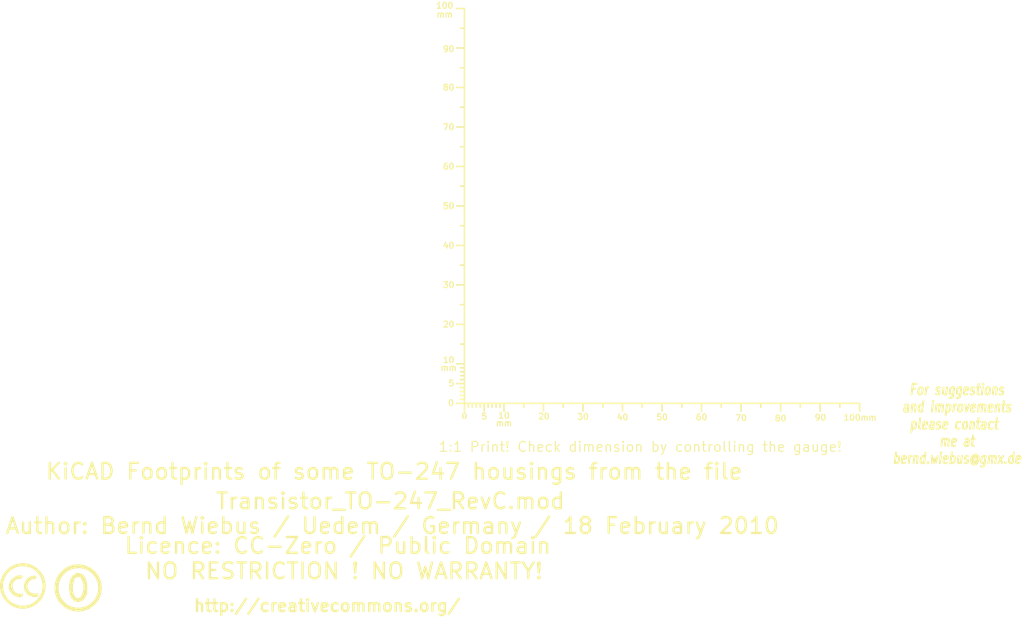
<source format=kicad_pcb>
(kicad_pcb (version 3) (host pcbnew "(2013-03-30 BZR 4007)-stable")

  (general
    (links 0)
    (no_connects 0)
    (area -16.90696 40.805099 274.02378 197.1694)
    (thickness 1.6002)
    (drawings 7)
    (tracks 0)
    (zones 0)
    (modules 3)
    (nets 1)
  )

  (page A4)
  (layers
    (15 Vorderseite signal)
    (0 Rückseite signal)
    (16 B.Adhes user)
    (17 F.Adhes user)
    (18 B.Paste user)
    (19 F.Paste user)
    (20 B.SilkS user)
    (21 F.SilkS user)
    (22 B.Mask user)
    (23 F.Mask user)
    (24 Dwgs.User user)
    (25 Cmts.User user)
    (26 Eco1.User user)
    (27 Eco2.User user)
    (28 Edge.Cuts user)
  )

  (setup
    (last_trace_width 0.2032)
    (trace_clearance 0.254)
    (zone_clearance 0.508)
    (zone_45_only no)
    (trace_min 0.2032)
    (segment_width 0.381)
    (edge_width 0.381)
    (via_size 0.889)
    (via_drill 0.635)
    (via_min_size 0.889)
    (via_min_drill 0.508)
    (uvia_size 0.508)
    (uvia_drill 0.127)
    (uvias_allowed no)
    (uvia_min_size 0.508)
    (uvia_min_drill 0.127)
    (pcb_text_width 0.3048)
    (pcb_text_size 1.524 2.032)
    (mod_edge_width 0.381)
    (mod_text_size 1.524 1.524)
    (mod_text_width 0.3048)
    (pad_size 1.524 1.524)
    (pad_drill 0.8128)
    (pad_to_mask_clearance 0.254)
    (aux_axis_origin 0 0)
    (visible_elements 7FFFFFFF)
    (pcbplotparams
      (layerselection 3178497)
      (usegerberextensions true)
      (excludeedgelayer true)
      (linewidth 60)
      (plotframeref false)
      (viasonmask false)
      (mode 1)
      (useauxorigin false)
      (hpglpennumber 1)
      (hpglpenspeed 20)
      (hpglpendiameter 15)
      (hpglpenoverlay 0)
      (psnegative false)
      (psa4output false)
      (plotreference true)
      (plotvalue true)
      (plotothertext true)
      (plotinvisibletext false)
      (padsonsilk false)
      (subtractmaskfromsilk false)
      (outputformat 1)
      (mirror false)
      (drillshape 1)
      (scaleselection 1)
      (outputdirectory ""))
  )

  (net 0 "")

  (net_class Default "Dies ist die voreingestellte Netzklasse."
    (clearance 0.254)
    (trace_width 0.2032)
    (via_dia 0.889)
    (via_drill 0.635)
    (uvia_dia 0.508)
    (uvia_drill 0.127)
    (add_net "")
  )

  (module Gauge_100mm_Type2_SilkScreenTop_RevA_Date22Jun2010 (layer Vorderseite) (tedit 4D963937) (tstamp 4D88F07A)
    (at 132.75056 141.2494)
    (descr "Gauge, Massstab, 100mm, SilkScreenTop, Type 2,")
    (tags "Gauge, Massstab, 100mm, SilkScreenTop, Type 2,")
    (path Gauge_100mm_Type2_SilkScreenTop_RevA_Date22Jun2010)
    (fp_text reference MSC (at 4.0005 8.99922) (layer F.SilkS) hide
      (effects (font (size 1.524 1.524) (thickness 0.3048)))
    )
    (fp_text value Gauge_100mm_Type2_SilkScreenTop_RevA_Date22Jun2010 (at 45.9994 8.99922) (layer F.SilkS) hide
      (effects (font (size 1.524 1.524) (thickness 0.3048)))
    )
    (fp_text user mm (at 9.99998 5.00126) (layer F.SilkS)
      (effects (font (size 1.524 1.524) (thickness 0.3048)))
    )
    (fp_text user mm (at -4.0005 -8.99922) (layer F.SilkS)
      (effects (font (size 1.524 1.524) (thickness 0.3048)))
    )
    (fp_text user mm (at -5.00126 -98.5012) (layer F.SilkS)
      (effects (font (size 1.524 1.524) (thickness 0.3048)))
    )
    (fp_text user 10 (at 10.00506 3.0988) (layer F.SilkS)
      (effects (font (size 1.50114 1.50114) (thickness 0.29972)))
    )
    (fp_text user 0 (at 0.00508 3.19786) (layer F.SilkS)
      (effects (font (size 1.39954 1.50114) (thickness 0.29972)))
    )
    (fp_text user 5 (at 5.0038 3.29946) (layer F.SilkS)
      (effects (font (size 1.50114 1.50114) (thickness 0.29972)))
    )
    (fp_text user 20 (at 20.1041 3.29946) (layer F.SilkS)
      (effects (font (size 1.50114 1.50114) (thickness 0.29972)))
    )
    (fp_text user 30 (at 30.00502 3.39852) (layer F.SilkS)
      (effects (font (size 1.50114 1.50114) (thickness 0.29972)))
    )
    (fp_text user 40 (at 40.005 3.50012) (layer F.SilkS)
      (effects (font (size 1.50114 1.50114) (thickness 0.29972)))
    )
    (fp_text user 50 (at 50.00498 3.50012) (layer F.SilkS)
      (effects (font (size 1.50114 1.50114) (thickness 0.29972)))
    )
    (fp_text user 60 (at 60.00496 3.50012) (layer F.SilkS)
      (effects (font (size 1.50114 1.50114) (thickness 0.29972)))
    )
    (fp_text user 70 (at 70.00494 3.70078) (layer F.SilkS)
      (effects (font (size 1.50114 1.50114) (thickness 0.29972)))
    )
    (fp_text user 80 (at 80.00492 3.79984) (layer F.SilkS)
      (effects (font (size 1.50114 1.50114) (thickness 0.29972)))
    )
    (fp_text user 90 (at 90.1065 3.60172) (layer F.SilkS)
      (effects (font (size 1.50114 1.50114) (thickness 0.29972)))
    )
    (fp_text user 100mm (at 100.10648 3.60172) (layer F.SilkS)
      (effects (font (size 1.50114 1.50114) (thickness 0.29972)))
    )
    (fp_line (start 0 -8.99922) (end -1.00076 -8.99922) (layer F.SilkS) (width 0.381))
    (fp_line (start 0 -8.001) (end -1.00076 -8.001) (layer F.SilkS) (width 0.381))
    (fp_line (start 0 -7.00024) (end -1.00076 -7.00024) (layer F.SilkS) (width 0.381))
    (fp_line (start 0 -5.99948) (end -1.00076 -5.99948) (layer F.SilkS) (width 0.381))
    (fp_line (start 0 -4.0005) (end -1.00076 -4.0005) (layer F.SilkS) (width 0.381))
    (fp_line (start 0 -2.99974) (end -1.00076 -2.99974) (layer F.SilkS) (width 0.381))
    (fp_line (start 0 -1.99898) (end -1.00076 -1.99898) (layer F.SilkS) (width 0.381))
    (fp_line (start 0 -1.00076) (end -1.00076 -1.00076) (layer F.SilkS) (width 0.381))
    (fp_line (start 0 0) (end -1.99898 0) (layer F.SilkS) (width 0.381))
    (fp_line (start 0 -5.00126) (end -1.99898 -5.00126) (layer F.SilkS) (width 0.381))
    (fp_line (start 0 -9.99998) (end -1.99898 -9.99998) (layer F.SilkS) (width 0.381))
    (fp_line (start 0 -15.00124) (end -1.00076 -15.00124) (layer F.SilkS) (width 0.381))
    (fp_line (start 0 -19.99996) (end -1.99898 -19.99996) (layer F.SilkS) (width 0.381))
    (fp_line (start 0 -25.00122) (end -1.00076 -25.00122) (layer F.SilkS) (width 0.381))
    (fp_line (start 0 -29.99994) (end -1.99898 -29.99994) (layer F.SilkS) (width 0.381))
    (fp_line (start 0 -35.0012) (end -1.00076 -35.0012) (layer F.SilkS) (width 0.381))
    (fp_line (start 0 -39.99992) (end -1.99898 -39.99992) (layer F.SilkS) (width 0.381))
    (fp_line (start 0 -45.00118) (end -1.00076 -45.00118) (layer F.SilkS) (width 0.381))
    (fp_line (start 0 -49.9999) (end -1.99898 -49.9999) (layer F.SilkS) (width 0.381))
    (fp_line (start 0 -55.00116) (end -1.00076 -55.00116) (layer F.SilkS) (width 0.381))
    (fp_line (start 0 -59.99988) (end -1.99898 -59.99988) (layer F.SilkS) (width 0.381))
    (fp_line (start 0 -65.00114) (end -1.00076 -65.00114) (layer F.SilkS) (width 0.381))
    (fp_line (start 0 -69.99986) (end -1.99898 -69.99986) (layer F.SilkS) (width 0.381))
    (fp_line (start 0 -75.00112) (end -1.00076 -75.00112) (layer F.SilkS) (width 0.381))
    (fp_line (start 0 -79.99984) (end -1.99898 -79.99984) (layer F.SilkS) (width 0.381))
    (fp_line (start 0 -85.0011) (end -1.00076 -85.0011) (layer F.SilkS) (width 0.381))
    (fp_line (start 0 -89.99982) (end -1.99898 -89.99982) (layer F.SilkS) (width 0.381))
    (fp_line (start 0 -95.00108) (end -1.00076 -95.00108) (layer F.SilkS) (width 0.381))
    (fp_line (start 0 0) (end 0 -99.9998) (layer F.SilkS) (width 0.381))
    (fp_line (start 0 -99.9998) (end -1.99898 -99.9998) (layer F.SilkS) (width 0.381))
    (fp_text user 100 (at -4.99872 -100.7491) (layer F.SilkS)
      (effects (font (size 1.50114 1.50114) (thickness 0.29972)))
    )
    (fp_text user 90 (at -4.0005 -89.7509) (layer F.SilkS)
      (effects (font (size 1.50114 1.50114) (thickness 0.29972)))
    )
    (fp_text user 80 (at -4.0005 -79.99984) (layer F.SilkS)
      (effects (font (size 1.50114 1.50114) (thickness 0.29972)))
    )
    (fp_text user 70 (at -4.0005 -69.99986) (layer F.SilkS)
      (effects (font (size 1.50114 1.50114) (thickness 0.29972)))
    )
    (fp_text user 60 (at -4.0005 -59.99988) (layer F.SilkS)
      (effects (font (size 1.50114 1.50114) (thickness 0.29972)))
    )
    (fp_text user 50 (at -4.0005 -49.9999) (layer F.SilkS)
      (effects (font (size 1.50114 1.50114) (thickness 0.34036)))
    )
    (fp_text user 40 (at -4.0005 -39.99992) (layer F.SilkS)
      (effects (font (size 1.50114 1.50114) (thickness 0.29972)))
    )
    (fp_text user 30 (at -4.0005 -29.99994) (layer F.SilkS)
      (effects (font (size 1.50114 1.50114) (thickness 0.29972)))
    )
    (fp_text user 20 (at -4.0005 -19.99996) (layer F.SilkS)
      (effects (font (size 1.50114 1.50114) (thickness 0.29972)))
    )
    (fp_line (start 95.00108 0) (end 95.00108 1.00076) (layer F.SilkS) (width 0.381))
    (fp_line (start 89.99982 0) (end 89.99982 1.99898) (layer F.SilkS) (width 0.381))
    (fp_line (start 85.0011 0) (end 85.0011 1.00076) (layer F.SilkS) (width 0.381))
    (fp_line (start 79.99984 0) (end 79.99984 1.99898) (layer F.SilkS) (width 0.381))
    (fp_line (start 75.00112 0) (end 75.00112 1.00076) (layer F.SilkS) (width 0.381))
    (fp_line (start 69.99986 0) (end 69.99986 1.99898) (layer F.SilkS) (width 0.381))
    (fp_line (start 65.00114 0) (end 65.00114 1.00076) (layer F.SilkS) (width 0.381))
    (fp_line (start 59.99988 0) (end 59.99988 1.99898) (layer F.SilkS) (width 0.381))
    (fp_line (start 55.00116 0) (end 55.00116 1.00076) (layer F.SilkS) (width 0.381))
    (fp_line (start 49.9999 0) (end 49.9999 1.99898) (layer F.SilkS) (width 0.381))
    (fp_line (start 45.00118 0) (end 45.00118 1.00076) (layer F.SilkS) (width 0.381))
    (fp_line (start 39.99992 0) (end 39.99992 1.99898) (layer F.SilkS) (width 0.381))
    (fp_line (start 35.0012 0) (end 35.0012 1.00076) (layer F.SilkS) (width 0.381))
    (fp_line (start 29.99994 0) (end 29.99994 1.99898) (layer F.SilkS) (width 0.381))
    (fp_line (start 25.00122 0) (end 25.00122 1.00076) (layer F.SilkS) (width 0.381))
    (fp_line (start 19.99996 0) (end 19.99996 1.99898) (layer F.SilkS) (width 0.381))
    (fp_line (start 15.00124 0) (end 15.00124 1.00076) (layer F.SilkS) (width 0.381))
    (fp_line (start 9.99998 0) (end 99.9998 0) (layer F.SilkS) (width 0.381))
    (fp_line (start 99.9998 0) (end 99.9998 1.99898) (layer F.SilkS) (width 0.381))
    (fp_text user 5 (at -3.302 -5.10286) (layer F.SilkS)
      (effects (font (size 1.50114 1.50114) (thickness 0.29972)))
    )
    (fp_text user 0 (at -3.4036 -0.10414) (layer F.SilkS)
      (effects (font (size 1.50114 1.50114) (thickness 0.29972)))
    )
    (fp_text user 10 (at -4.0005 -11.00074) (layer F.SilkS)
      (effects (font (size 1.50114 1.50114) (thickness 0.29972)))
    )
    (fp_line (start 8.99922 0) (end 8.99922 1.00076) (layer F.SilkS) (width 0.381))
    (fp_line (start 8.001 0) (end 8.001 1.00076) (layer F.SilkS) (width 0.381))
    (fp_line (start 7.00024 0) (end 7.00024 1.00076) (layer F.SilkS) (width 0.381))
    (fp_line (start 5.99948 0) (end 5.99948 1.00076) (layer F.SilkS) (width 0.381))
    (fp_line (start 4.0005 0) (end 4.0005 1.00076) (layer F.SilkS) (width 0.381))
    (fp_line (start 2.99974 0) (end 2.99974 1.00076) (layer F.SilkS) (width 0.381))
    (fp_line (start 1.99898 0) (end 1.99898 1.00076) (layer F.SilkS) (width 0.381))
    (fp_line (start 1.00076 0) (end 1.00076 1.00076) (layer F.SilkS) (width 0.381))
    (fp_line (start 5.00126 0) (end 5.00126 1.99898) (layer F.SilkS) (width 0.381))
    (fp_line (start 0 0) (end 0 1.99898) (layer F.SilkS) (width 0.381))
    (fp_line (start 0 0) (end 9.99998 0) (layer F.SilkS) (width 0.381))
    (fp_line (start 9.99998 0) (end 9.99998 1.99898) (layer F.SilkS) (width 0.381))
  )

  (module Symbol_CC-PublicDomain_SilkScreenTop_Big (layer Vorderseite) (tedit 515D641F) (tstamp 515F0B64)
    (at 35 188)
    (descr "Symbol, CC-PublicDomain, SilkScreen Top, Big,")
    (tags "Symbol, CC-PublicDomain, SilkScreen Top, Big,")
    (path Symbol_CC-Noncommercial_CopperTop_Big)
    (fp_text reference Sym (at 0.59944 -7.29996) (layer F.SilkS) hide
      (effects (font (size 1.524 1.524) (thickness 0.3048)))
    )
    (fp_text value Symbol_CC-PublicDomain_SilkScreenTop_Big (at 0.59944 8.001) (layer F.SilkS) hide
      (effects (font (size 1.524 1.524) (thickness 0.3048)))
    )
    (fp_circle (center 0 0) (end 5.8 -0.05) (layer F.SilkS) (width 0.381))
    (fp_circle (center 0 0) (end 5.5 0) (layer F.SilkS) (width 0.381))
    (fp_circle (center 0.05 0) (end 5.25 0) (layer F.SilkS) (width 0.381))
    (fp_line (start 1.1 -2.5) (end 1.4 -1.9) (layer F.SilkS) (width 0.381))
    (fp_line (start -1.8 1.2) (end -1.6 1.9) (layer F.SilkS) (width 0.381))
    (fp_line (start -1.6 1.9) (end -1.2 2.5) (layer F.SilkS) (width 0.381))
    (fp_line (start 0 -3) (end 0.75 -2.75) (layer F.SilkS) (width 0.381))
    (fp_line (start 0.75 -2.75) (end 1 -2.25) (layer F.SilkS) (width 0.381))
    (fp_line (start 1 -2.25) (end 1.5 -1) (layer F.SilkS) (width 0.381))
    (fp_line (start 1.5 -1) (end 1.5 -0.5) (layer F.SilkS) (width 0.381))
    (fp_line (start 1.5 -0.5) (end 1.5 0.5) (layer F.SilkS) (width 0.381))
    (fp_line (start 1.5 0.5) (end 1.25 1.5) (layer F.SilkS) (width 0.381))
    (fp_line (start 1.25 1.5) (end 0.75 2.5) (layer F.SilkS) (width 0.381))
    (fp_line (start 0.75 2.5) (end 0.25 2.75) (layer F.SilkS) (width 0.381))
    (fp_line (start 0.25 2.75) (end -0.25 2.75) (layer F.SilkS) (width 0.381))
    (fp_line (start -0.25 2.75) (end -0.75 2.5) (layer F.SilkS) (width 0.381))
    (fp_line (start -0.75 2.5) (end -1.25 1.75) (layer F.SilkS) (width 0.381))
    (fp_line (start -1.25 1.75) (end -1.5 0.75) (layer F.SilkS) (width 0.381))
    (fp_line (start -1.5 0.75) (end -1.5 -0.75) (layer F.SilkS) (width 0.381))
    (fp_line (start -1.5 -0.75) (end -1.25 -1.75) (layer F.SilkS) (width 0.381))
    (fp_line (start -1.25 -1.75) (end -1 -2.5) (layer F.SilkS) (width 0.381))
    (fp_line (start -1 -2.5) (end -0.3 -2.9) (layer F.SilkS) (width 0.381))
    (fp_line (start -0.3 -2.9) (end 0.2 -3) (layer F.SilkS) (width 0.381))
    (fp_line (start 0.2 -3) (end 0.8 -3) (layer F.SilkS) (width 0.381))
    (fp_line (start 0.8 -3) (end 1.4 -2.3) (layer F.SilkS) (width 0.381))
    (fp_line (start 1.4 -2.3) (end 1.6 -1.4) (layer F.SilkS) (width 0.381))
    (fp_line (start 1.6 -1.4) (end 1.7 -0.3) (layer F.SilkS) (width 0.381))
    (fp_line (start 1.7 -0.3) (end 1.7 0.9) (layer F.SilkS) (width 0.381))
    (fp_line (start 1.7 0.9) (end 1.4 1.8) (layer F.SilkS) (width 0.381))
    (fp_line (start 1.4 1.8) (end 1 2.7) (layer F.SilkS) (width 0.381))
    (fp_line (start 1 2.7) (end 0.5 3) (layer F.SilkS) (width 0.381))
    (fp_line (start 0.5 3) (end -0.4 3) (layer F.SilkS) (width 0.381))
    (fp_line (start -0.4 3) (end -1.3 2.3) (layer F.SilkS) (width 0.381))
    (fp_line (start -1.3 2.3) (end -1.7 1) (layer F.SilkS) (width 0.381))
    (fp_line (start -1.7 1) (end -1.8 -0.7) (layer F.SilkS) (width 0.381))
    (fp_line (start -1.8 -0.7) (end -1.4 -2.2) (layer F.SilkS) (width 0.381))
    (fp_line (start -1.4 -2.2) (end -1 -2.9) (layer F.SilkS) (width 0.381))
    (fp_line (start -1 -2.9) (end -0.2 -3.3) (layer F.SilkS) (width 0.381))
    (fp_line (start -0.2 -3.3) (end 0.7 -3.2) (layer F.SilkS) (width 0.381))
    (fp_line (start 0.7 -3.2) (end 1.3 -3.1) (layer F.SilkS) (width 0.381))
    (fp_line (start 1.3 -3.1) (end 1.7 -2.4) (layer F.SilkS) (width 0.381))
    (fp_line (start 1.7 -2.4) (end 2 -1.6) (layer F.SilkS) (width 0.381))
    (fp_line (start 2 -1.6) (end 2.1 -0.6) (layer F.SilkS) (width 0.381))
    (fp_line (start 2.1 -0.6) (end 2.1 0.3) (layer F.SilkS) (width 0.381))
    (fp_line (start 2.1 0.3) (end 2.1 1.3) (layer F.SilkS) (width 0.381))
    (fp_line (start 2.1 1.3) (end 1.9 1.8) (layer F.SilkS) (width 0.381))
    (fp_line (start 1.9 1.8) (end 1.5 2.6) (layer F.SilkS) (width 0.381))
    (fp_line (start 1.5 2.6) (end 1.1 3) (layer F.SilkS) (width 0.381))
    (fp_line (start 1.1 3) (end 0.4 3.3) (layer F.SilkS) (width 0.381))
    (fp_line (start 0.4 3.3) (end -0.1 3.4) (layer F.SilkS) (width 0.381))
    (fp_line (start -0.1 3.4) (end -0.8 3.2) (layer F.SilkS) (width 0.381))
    (fp_line (start -0.8 3.2) (end -1.5 2.6) (layer F.SilkS) (width 0.381))
    (fp_line (start -1.5 2.6) (end -1.9 1.7) (layer F.SilkS) (width 0.381))
    (fp_line (start -1.9 1.7) (end -2.1 0.4) (layer F.SilkS) (width 0.381))
    (fp_line (start -2.1 0.4) (end -2.1 -0.6) (layer F.SilkS) (width 0.381))
    (fp_line (start -2.1 -0.6) (end -2 -1.6) (layer F.SilkS) (width 0.381))
    (fp_line (start -2 -1.6) (end -1.7 -2.4) (layer F.SilkS) (width 0.381))
    (fp_line (start -1.7 -2.4) (end -1.2 -3.1) (layer F.SilkS) (width 0.381))
    (fp_line (start -1.2 -3.1) (end -0.4 -3.6) (layer F.SilkS) (width 0.381))
    (fp_line (start -0.4 -3.6) (end 0.4 -3.6) (layer F.SilkS) (width 0.381))
    (fp_line (start 0.4 -3.6) (end 1.1 -3.2) (layer F.SilkS) (width 0.381))
    (fp_line (start 1.1 -3.2) (end 1.1 -2.9) (layer F.SilkS) (width 0.381))
    (fp_line (start 1.1 -2.9) (end 1.8 -1.5) (layer F.SilkS) (width 0.381))
    (fp_line (start 1.8 -1.5) (end 1.8 -0.4) (layer F.SilkS) (width 0.381))
    (fp_line (start 1.8 -0.4) (end 1.8 1.1) (layer F.SilkS) (width 0.381))
    (fp_line (start 1.8 1.1) (end 1.2 2.6) (layer F.SilkS) (width 0.381))
    (fp_line (start 1.2 2.6) (end 0.2 3.2) (layer F.SilkS) (width 0.381))
    (fp_line (start 0.2 3.2) (end -0.5 3.2) (layer F.SilkS) (width 0.381))
    (fp_line (start -0.5 3.2) (end -1.1 2.7) (layer F.SilkS) (width 0.381))
    (fp_line (start -1.1 2.7) (end -1.9 0.6) (layer F.SilkS) (width 0.381))
    (fp_line (start -1.9 0.6) (end -1.7 -1.9) (layer F.SilkS) (width 0.381))
  )

  (module Symbol_CreativeCommons_SilkScreenTop_Type2_Big (layer Vorderseite) (tedit 515D640C) (tstamp 515F46B2)
    (at 21 187.5)
    (descr "Symbol, Creative Commons, SilkScreen Top, Type 2, Big,")
    (tags "Symbol, Creative Commons, SilkScreen Top, Type 2, Big,")
    (path Symbol_CreativeCommons_CopperTop_Type2_Big)
    (fp_text reference Sym (at 0.59944 -7.29996) (layer F.SilkS) hide
      (effects (font (size 1.524 1.524) (thickness 0.3048)))
    )
    (fp_text value Symbol_CreativeCommons_Typ2_SilkScreenTop_Big (at 0.59944 8.001) (layer F.SilkS) hide
      (effects (font (size 1.524 1.524) (thickness 0.3048)))
    )
    (fp_line (start -0.70104 2.70002) (end -0.29972 2.60096) (layer F.SilkS) (width 0.381))
    (fp_line (start -0.29972 2.60096) (end -0.20066 2.10058) (layer F.SilkS) (width 0.381))
    (fp_line (start -2.49936 -1.69926) (end -2.70002 -1.6002) (layer F.SilkS) (width 0.381))
    (fp_line (start -2.70002 -1.6002) (end -3.0988 -1.00076) (layer F.SilkS) (width 0.381))
    (fp_line (start -3.0988 -1.00076) (end -3.29946 -0.50038) (layer F.SilkS) (width 0.381))
    (fp_line (start -3.29946 -0.50038) (end -3.40106 0.39878) (layer F.SilkS) (width 0.381))
    (fp_line (start -3.40106 0.39878) (end -3.29946 0.89916) (layer F.SilkS) (width 0.381))
    (fp_line (start -0.19812 2.4003) (end -0.29718 2.59842) (layer F.SilkS) (width 0.381))
    (fp_line (start 3.70078 2.10058) (end 3.79984 2.4003) (layer F.SilkS) (width 0.381))
    (fp_line (start 2.99974 -2.4003) (end 3.29946 -2.30124) (layer F.SilkS) (width 0.381))
    (fp_line (start 3.29946 -2.30124) (end 3.0988 -1.99898) (layer F.SilkS) (width 0.381))
    (fp_line (start 0 -5.40004) (end -0.50038 -5.40004) (layer F.SilkS) (width 0.381))
    (fp_line (start -0.50038 -5.40004) (end -1.30048 -5.10032) (layer F.SilkS) (width 0.381))
    (fp_line (start -1.30048 -5.10032) (end -1.99898 -4.89966) (layer F.SilkS) (width 0.381))
    (fp_line (start -1.99898 -4.89966) (end -2.70002 -4.699) (layer F.SilkS) (width 0.381))
    (fp_line (start -2.70002 -4.699) (end -3.29946 -4.20116) (layer F.SilkS) (width 0.381))
    (fp_line (start -3.29946 -4.20116) (end -4.0005 -3.59918) (layer F.SilkS) (width 0.381))
    (fp_line (start -4.0005 -3.59918) (end -4.50088 -2.99974) (layer F.SilkS) (width 0.381))
    (fp_line (start -4.50088 -2.99974) (end -5.00126 -2.10058) (layer F.SilkS) (width 0.381))
    (fp_line (start -5.00126 -2.10058) (end -5.30098 -1.09982) (layer F.SilkS) (width 0.381))
    (fp_line (start -5.30098 -1.09982) (end -5.40004 0.09906) (layer F.SilkS) (width 0.381))
    (fp_line (start -5.40004 0.09906) (end -5.19938 1.30048) (layer F.SilkS) (width 0.381))
    (fp_line (start -5.19938 1.30048) (end -4.8006 2.4003) (layer F.SilkS) (width 0.381))
    (fp_line (start -4.8006 2.4003) (end -3.79984 3.8989) (layer F.SilkS) (width 0.381))
    (fp_line (start -3.79984 3.8989) (end -2.60096 4.8006) (layer F.SilkS) (width 0.381))
    (fp_line (start -2.60096 4.8006) (end -1.30048 5.30098) (layer F.SilkS) (width 0.381))
    (fp_line (start -1.30048 5.30098) (end 0.09906 5.30098) (layer F.SilkS) (width 0.381))
    (fp_line (start 0.09906 5.30098) (end 1.6002 5.19938) (layer F.SilkS) (width 0.381))
    (fp_line (start 1.6002 5.19938) (end 2.60096 4.699) (layer F.SilkS) (width 0.381))
    (fp_line (start 2.60096 4.699) (end 4.20116 3.40106) (layer F.SilkS) (width 0.381))
    (fp_line (start 4.20116 3.40106) (end 5.00126 1.80086) (layer F.SilkS) (width 0.381))
    (fp_line (start 5.00126 1.80086) (end 5.40004 0.29972) (layer F.SilkS) (width 0.381))
    (fp_line (start 5.40004 0.29972) (end 5.19938 -1.39954) (layer F.SilkS) (width 0.381))
    (fp_line (start 5.19938 -1.39954) (end 4.699 -2.49936) (layer F.SilkS) (width 0.381))
    (fp_line (start 4.699 -2.49936) (end 3.40106 -4.09956) (layer F.SilkS) (width 0.381))
    (fp_line (start 3.40106 -4.09956) (end 2.4003 -4.8006) (layer F.SilkS) (width 0.381))
    (fp_line (start 2.4003 -4.8006) (end 1.39954 -5.19938) (layer F.SilkS) (width 0.381))
    (fp_line (start 1.39954 -5.19938) (end 0 -5.30098) (layer F.SilkS) (width 0.381))
    (fp_line (start 0.60198 -0.70104) (end 0.50292 -0.20066) (layer F.SilkS) (width 0.381))
    (fp_line (start 0.50292 -0.20066) (end 0.50292 0.49784) (layer F.SilkS) (width 0.381))
    (fp_line (start 0.50292 0.49784) (end 0.60198 1.09982) (layer F.SilkS) (width 0.381))
    (fp_line (start 0.60198 1.09982) (end 1.00076 1.69926) (layer F.SilkS) (width 0.381))
    (fp_line (start 1.00076 1.69926) (end 1.50114 2.19964) (layer F.SilkS) (width 0.381))
    (fp_line (start 1.50114 2.19964) (end 2.10058 2.49936) (layer F.SilkS) (width 0.381))
    (fp_line (start 2.10058 2.49936) (end 2.60096 2.59842) (layer F.SilkS) (width 0.381))
    (fp_line (start 2.60096 2.59842) (end 3.00228 2.59842) (layer F.SilkS) (width 0.381))
    (fp_line (start 3.00228 2.59842) (end 3.40106 2.59842) (layer F.SilkS) (width 0.381))
    (fp_line (start 3.40106 2.59842) (end 3.80238 2.49936) (layer F.SilkS) (width 0.381))
    (fp_line (start 3.80238 2.49936) (end 3.70078 2.2987) (layer F.SilkS) (width 0.381))
    (fp_line (start 3.70078 2.2987) (end 2.80162 2.4003) (layer F.SilkS) (width 0.381))
    (fp_line (start 2.80162 2.4003) (end 1.80086 2.09804) (layer F.SilkS) (width 0.381))
    (fp_line (start 1.80086 2.09804) (end 1.20142 1.6002) (layer F.SilkS) (width 0.381))
    (fp_line (start 1.20142 1.6002) (end 0.80264 0.6985) (layer F.SilkS) (width 0.381))
    (fp_line (start 0.80264 0.6985) (end 0.70104 -0.29972) (layer F.SilkS) (width 0.381))
    (fp_line (start 0.70104 -0.29972) (end 1.00076 -1.00076) (layer F.SilkS) (width 0.381))
    (fp_line (start 1.00076 -1.00076) (end 1.60274 -1.7018) (layer F.SilkS) (width 0.381))
    (fp_line (start 1.60274 -1.7018) (end 2.30124 -2.10058) (layer F.SilkS) (width 0.381))
    (fp_line (start 2.30124 -2.10058) (end 3.00228 -2.10058) (layer F.SilkS) (width 0.381))
    (fp_line (start 3.00228 -2.10058) (end 3.10134 -1.89992) (layer F.SilkS) (width 0.381))
    (fp_line (start 3.10134 -1.89992) (end 2.5019 -1.89992) (layer F.SilkS) (width 0.381))
    (fp_line (start 2.5019 -1.89992) (end 1.80086 -1.6002) (layer F.SilkS) (width 0.381))
    (fp_line (start 1.80086 -1.6002) (end 1.30048 -1.00076) (layer F.SilkS) (width 0.381))
    (fp_line (start 1.30048 -1.00076) (end 1.00076 -0.40132) (layer F.SilkS) (width 0.381))
    (fp_line (start 1.00076 -0.40132) (end 1.00076 0.09906) (layer F.SilkS) (width 0.381))
    (fp_line (start 1.00076 0.09906) (end 1.00076 0.6985) (layer F.SilkS) (width 0.381))
    (fp_line (start 1.00076 0.6985) (end 1.30048 1.19888) (layer F.SilkS) (width 0.381))
    (fp_line (start 1.30048 1.19888) (end 1.7018 1.69926) (layer F.SilkS) (width 0.381))
    (fp_line (start 1.7018 1.69926) (end 2.30124 1.99898) (layer F.SilkS) (width 0.381))
    (fp_line (start 2.30124 1.99898) (end 2.90068 2.09804) (layer F.SilkS) (width 0.381))
    (fp_line (start 2.90068 2.09804) (end 3.40106 2.09804) (layer F.SilkS) (width 0.381))
    (fp_line (start 3.40106 2.09804) (end 3.70078 1.99898) (layer F.SilkS) (width 0.381))
    (fp_line (start 3.00228 -2.4003) (end 2.40284 -2.4003) (layer F.SilkS) (width 0.381))
    (fp_line (start 2.40284 -2.4003) (end 2.00152 -2.20218) (layer F.SilkS) (width 0.381))
    (fp_line (start 2.00152 -2.20218) (end 1.50114 -2.00152) (layer F.SilkS) (width 0.381))
    (fp_line (start 1.50114 -2.00152) (end 1.10236 -1.6002) (layer F.SilkS) (width 0.381))
    (fp_line (start 1.10236 -1.6002) (end 0.80264 -1.09982) (layer F.SilkS) (width 0.381))
    (fp_line (start 0.80264 -1.09982) (end 0.60198 -0.70104) (layer F.SilkS) (width 0.381))
    (fp_line (start -0.39878 -1.99898) (end -0.89916 -1.99898) (layer F.SilkS) (width 0.381))
    (fp_line (start -0.89916 -1.99898) (end -1.39954 -1.89738) (layer F.SilkS) (width 0.381))
    (fp_line (start -1.39954 -1.89738) (end -1.89992 -1.59766) (layer F.SilkS) (width 0.381))
    (fp_line (start -1.89992 -1.59766) (end -2.4003 -1.19888) (layer F.SilkS) (width 0.381))
    (fp_line (start -2.4003 -1.30048) (end -2.70002 -0.8001) (layer F.SilkS) (width 0.381))
    (fp_line (start -2.70002 -0.8001) (end -2.79908 -0.29972) (layer F.SilkS) (width 0.381))
    (fp_line (start -2.79908 -0.29972) (end -2.79908 0.20066) (layer F.SilkS) (width 0.381))
    (fp_line (start -2.79908 0.20066) (end -2.59842 1.00076) (layer F.SilkS) (width 0.381))
    (fp_line (start -2.69748 1.00076) (end -2.39776 1.39954) (layer F.SilkS) (width 0.381))
    (fp_line (start -2.29616 1.4986) (end -1.79578 1.89992) (layer F.SilkS) (width 0.381))
    (fp_line (start -1.79578 1.89992) (end -1.29794 2.09804) (layer F.SilkS) (width 0.381))
    (fp_line (start -1.29794 2.09804) (end -0.89662 2.19964) (layer F.SilkS) (width 0.381))
    (fp_line (start -0.89662 2.19964) (end -0.49784 2.19964) (layer F.SilkS) (width 0.381))
    (fp_line (start -0.49784 2.19964) (end -0.19812 2.09804) (layer F.SilkS) (width 0.381))
    (fp_line (start -0.19812 2.09804) (end -0.29718 2.4003) (layer F.SilkS) (width 0.381))
    (fp_line (start -0.29718 2.4003) (end -0.89662 2.49936) (layer F.SilkS) (width 0.381))
    (fp_line (start -0.89662 2.49936) (end -1.59766 2.2987) (layer F.SilkS) (width 0.381))
    (fp_line (start -1.59766 2.2987) (end -2.29616 1.79832) (layer F.SilkS) (width 0.381))
    (fp_line (start -2.29616 1.79832) (end -2.79654 1.29794) (layer F.SilkS) (width 0.381))
    (fp_line (start -2.79908 1.39954) (end -2.99974 0.70104) (layer F.SilkS) (width 0.381))
    (fp_line (start -2.99974 0.70104) (end -3.0988 0) (layer F.SilkS) (width 0.381))
    (fp_line (start -3.0988 0) (end -2.99974 -0.59944) (layer F.SilkS) (width 0.381))
    (fp_line (start -2.99974 -0.8001) (end -2.70002 -1.30048) (layer F.SilkS) (width 0.381))
    (fp_line (start -2.70002 -1.09982) (end -2.19964 -1.6002) (layer F.SilkS) (width 0.381))
    (fp_line (start -2.19964 -1.69926) (end -1.69926 -1.99898) (layer F.SilkS) (width 0.381))
    (fp_line (start -1.69926 -1.99898) (end -1.19888 -2.19964) (layer F.SilkS) (width 0.381))
    (fp_line (start -1.19888 -2.19964) (end -0.6985 -2.19964) (layer F.SilkS) (width 0.381))
    (fp_line (start -0.6985 -2.19964) (end -0.29972 -2.19964) (layer F.SilkS) (width 0.381))
    (fp_line (start -0.29972 -2.19964) (end -0.20066 -2.39776) (layer F.SilkS) (width 0.381))
    (fp_line (start -0.20066 -2.39776) (end -0.59944 -2.49936) (layer F.SilkS) (width 0.381))
    (fp_line (start -0.59944 -2.49936) (end -1.00076 -2.49936) (layer F.SilkS) (width 0.381))
    (fp_line (start -1.00076 -2.49936) (end -1.4986 -2.39776) (layer F.SilkS) (width 0.381))
    (fp_line (start -1.4986 -2.39776) (end -2.10058 -2.09804) (layer F.SilkS) (width 0.381))
    (fp_line (start -2.10058 -2.09804) (end -2.59842 -1.69926) (layer F.SilkS) (width 0.381))
    (fp_line (start -2.59842 -1.6002) (end -3.0988 -0.89916) (layer F.SilkS) (width 0.381))
    (fp_line (start -3.0988 -0.89916) (end -3.29946 -0.29972) (layer F.SilkS) (width 0.381))
    (fp_line (start -3.29946 -0.29972) (end -3.29946 0.40132) (layer F.SilkS) (width 0.381))
    (fp_line (start -3.29946 0.40132) (end -3.2004 1.00076) (layer F.SilkS) (width 0.381))
    (fp_line (start -3.29946 0.8001) (end -2.99974 1.39954) (layer F.SilkS) (width 0.381))
    (fp_line (start -2.89814 1.4986) (end -2.49682 1.99898) (layer F.SilkS) (width 0.381))
    (fp_line (start -2.49682 1.99898) (end -1.89738 2.4003) (layer F.SilkS) (width 0.381))
    (fp_line (start -1.89738 2.4003) (end -1.19634 2.59842) (layer F.SilkS) (width 0.381))
    (fp_line (start -1.19634 2.59842) (end -0.69596 2.70002) (layer F.SilkS) (width 0.381))
    (fp_line (start -2.9972 1.19888) (end -2.59842 1.19888) (layer F.SilkS) (width 0.381))
    (fp_circle (center 0 0) (end 5.08 1.016) (layer F.SilkS) (width 0.381))
    (fp_circle (center 0 0) (end 5.588 0) (layer F.SilkS) (width 0.381))
  )

  (gr_text http://creativecommons.org/ (at 98 192.5) (layer F.SilkS)
    (effects (font (size 3 3) (thickness 0.6)))
  )
  (gr_text "For suggestions\nand improvements\nplease contact \nme at\nbernd.wiebus@gmx.de" (at 257.41884 146.4691) (layer F.SilkS)
    (effects (font (size 2.70002 1.99898) (thickness 0.50038) italic))
  )
  (gr_text "1:1 Print! Check dimension by controlling the gauge!" (at 177.24882 152.25014) (layer F.SilkS)
    (effects (font (size 2.49936 2.49936) (thickness 0.29972)))
  )
  (gr_text "Licence: CC-Zero / Public Domain \nNO RESTRICTION ! NO WARRANTY!" (at 102.2501 180.50064) (layer F.SilkS)
    (effects (font (size 4.0005 4.0005) (thickness 0.59944)))
  )
  (gr_text "Author: Bernd Wiebus / Uedem / Germany / 18 February 2010" (at 114.50012 172.24958) (layer F.SilkS)
    (effects (font (size 4.0005 4.0005) (thickness 0.59944)))
  )
  (gr_text Transistor_TO-247_RevC.mod (at 114.00028 165.9989) (layer F.SilkS)
    (effects (font (size 4.0005 4.0005) (thickness 0.59944)))
  )
  (gr_text "KiCAD Footprints of some TO-247 housings from the file " (at 116.5 158.5) (layer F.SilkS)
    (effects (font (size 4.0005 4.0005) (thickness 0.59944)))
  )

)

</source>
